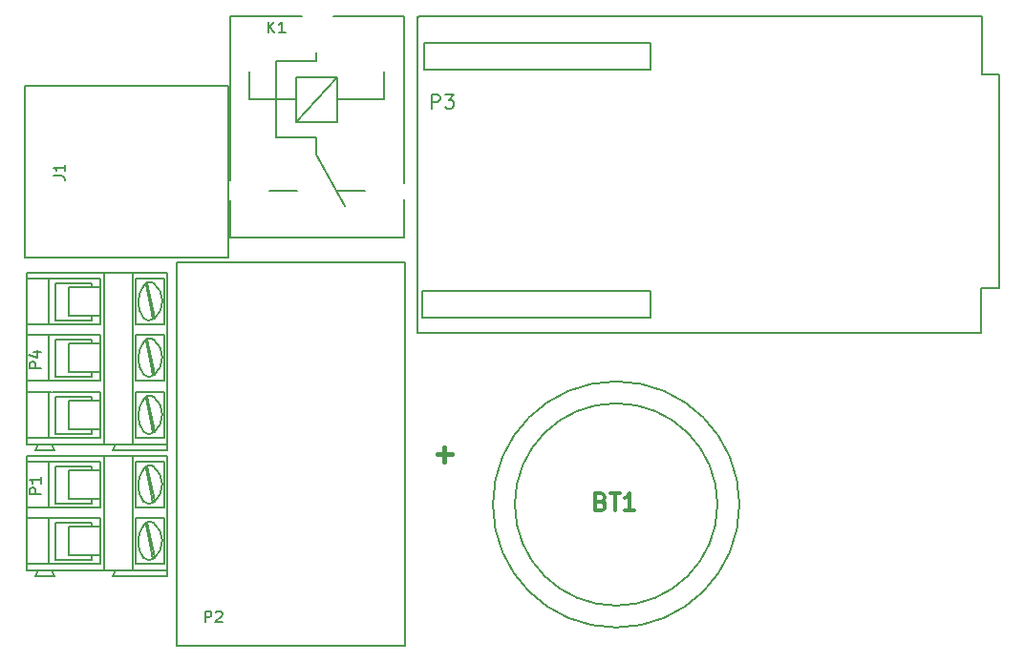
<source format=gbr>
G04 #@! TF.GenerationSoftware,KiCad,Pcbnew,no-vcs-found*
G04 #@! TF.CreationDate,2016-12-05T19:06:41+01:00*
G04 #@! TF.ProjectId,relayboard,72656C6179626F6172642E6B69636164,rev?*
G04 #@! TF.FileFunction,Legend,Top*
G04 #@! TF.FilePolarity,Positive*
%FSLAX46Y46*%
G04 Gerber Fmt 4.6, Leading zero omitted, Abs format (unit mm)*
G04 Created by KiCad (PCBNEW no-vcs-found) date Mon Dec  5 19:06:41 2016*
%MOMM*%
%LPD*%
G01*
G04 APERTURE LIST*
%ADD10C,0.100000*%
%ADD11C,0.150000*%
%ADD12C,0.381000*%
%ADD13C,0.200660*%
%ADD14C,0.203200*%
%ADD15C,0.304800*%
G04 APERTURE END LIST*
D10*
D11*
X133005000Y-60800000D02*
X153005000Y-60800000D01*
X153005000Y-63200000D02*
X133005000Y-63200000D01*
X132805000Y-85200000D02*
X153005000Y-85200000D01*
X153005000Y-82800000D02*
X132805000Y-82800000D01*
X133005000Y-63200000D02*
X133005000Y-61000000D01*
X133005000Y-61000000D02*
X133005000Y-60800000D01*
X153005000Y-60800000D02*
X153005000Y-63200000D01*
X153005000Y-82800000D02*
X153005000Y-85200000D01*
X132805000Y-85200000D02*
X132805000Y-82800000D01*
X132410000Y-58395000D02*
X132384600Y-86563600D01*
X132384600Y-86563600D02*
X182371800Y-86563600D01*
X182371800Y-86563600D02*
X182371800Y-82525000D01*
X182371800Y-82525000D02*
X183921200Y-82525000D01*
X183921200Y-82525000D02*
X183921200Y-63602000D01*
X183921200Y-63602000D02*
X182422600Y-63602000D01*
X182422600Y-63602000D02*
X182422600Y-58420400D01*
X182422600Y-58420400D02*
X132486200Y-58420400D01*
X132486200Y-58420400D02*
X132435400Y-58471200D01*
D12*
X134760000Y-97940000D02*
X134760000Y-96670000D01*
X135395000Y-97305000D02*
X134125000Y-97305000D01*
D13*
X158980256Y-101750000D02*
G75*
G03X158980256Y-101750000I-8980256J0D01*
G01*
X160924953Y-101750000D02*
G75*
G03X160924953Y-101750000I-10924953J0D01*
G01*
D11*
X115660000Y-64630000D02*
X97626000Y-64630000D01*
X115660000Y-79870000D02*
X115660000Y-64630000D01*
X97626000Y-79870000D02*
X115660000Y-79870000D01*
X97626000Y-64630000D02*
X97626000Y-79870000D01*
X115800000Y-74750000D02*
X115800000Y-78050000D01*
X115800000Y-78050000D02*
X131200000Y-78050000D01*
X131200000Y-78050000D02*
X131200000Y-74700000D01*
X122150000Y-58450000D02*
X115800000Y-58450000D01*
X115800000Y-58450000D02*
X115800000Y-73000000D01*
X124900000Y-58450000D02*
X131200000Y-58450000D01*
X131200000Y-58450000D02*
X131200000Y-73200000D01*
X131150000Y-58450000D02*
X124900000Y-58450000D01*
X119300000Y-73900000D02*
X121750000Y-73900000D01*
X127700000Y-73900000D02*
X125200000Y-73900000D01*
X117450000Y-63300000D02*
X117450000Y-65800000D01*
X123450000Y-62400000D02*
X123450000Y-61600000D01*
X129450000Y-65800000D02*
X129450000Y-63300000D01*
X123450000Y-69200000D02*
X123450000Y-70700000D01*
X123450000Y-70700000D02*
X125950000Y-75300000D01*
X119850000Y-69200000D02*
X119850000Y-62400000D01*
X123450000Y-69200000D02*
X119850000Y-69200000D01*
X123450000Y-62400000D02*
X119850000Y-62400000D01*
X129450000Y-65800000D02*
X125250000Y-65800000D01*
X121650000Y-65800000D02*
X117450000Y-65800000D01*
X121650000Y-67800000D02*
X125250000Y-63800000D01*
X121650000Y-63800000D02*
X125250000Y-63800000D01*
X125250000Y-63800000D02*
X125250000Y-67800000D01*
X125250000Y-67800000D02*
X121650000Y-67800000D01*
X121650000Y-67800000D02*
X121650000Y-63800000D01*
X109051019Y-98435480D02*
G75*
G03X108127500Y-98580380I-405359J-431920D01*
G01*
X109061847Y-101541573D02*
G75*
G03X109003800Y-98384800I-1353447J1554033D01*
G01*
X108165104Y-98539012D02*
G75*
G03X108117340Y-101526780I1905496J-1524728D01*
G01*
X108082890Y-101479149D02*
G75*
G03X109052060Y-101534400I511970J452749D01*
G01*
X109053481Y-103439903D02*
G75*
G03X108127500Y-103581640I-407821J-431297D01*
G01*
X109056844Y-106539411D02*
G75*
G03X109003800Y-103388600I-1348444J1553151D01*
G01*
X108165104Y-103540272D02*
G75*
G03X108117340Y-106528040I1905496J-1524728D01*
G01*
X108085430Y-106482972D02*
G75*
G03X109052060Y-106535660I509430J452772D01*
G01*
X104254000Y-103363200D02*
X104254000Y-106665200D01*
X104254000Y-102982200D02*
X104254000Y-103363200D01*
X104254000Y-107046200D02*
X104254000Y-106665200D01*
X104635000Y-106665200D02*
X104635000Y-103363200D01*
X104635000Y-107605000D02*
X104635000Y-106665200D01*
X104635000Y-101661400D02*
X104635000Y-103363200D01*
X104635000Y-98359400D02*
X104635000Y-101661400D01*
X104635000Y-97420000D02*
X104635000Y-98359400D01*
X104254000Y-101661400D02*
X104254000Y-98359400D01*
X104254000Y-102042400D02*
X104254000Y-101661400D01*
X104254000Y-97978400D02*
X104254000Y-98359400D01*
X108318000Y-98511800D02*
X108953000Y-101559800D01*
X108445000Y-98384800D02*
X109080000Y-101435340D01*
X108318000Y-103515600D02*
X108953000Y-106563600D01*
X108445000Y-103388600D02*
X109080000Y-106436600D01*
X109969000Y-102042400D02*
X109969000Y-97978400D01*
X107429000Y-97978400D02*
X109969000Y-97978400D01*
X107429000Y-102042400D02*
X107429000Y-97978400D01*
X107429000Y-102042400D02*
X109969000Y-102042400D01*
X107429000Y-107046200D02*
X107429000Y-102982200D01*
X109969000Y-107046200D02*
X107429000Y-107046200D01*
X109969000Y-102982200D02*
X109969000Y-107046200D01*
X107429000Y-102982200D02*
X109969000Y-102982200D01*
X107175000Y-107605000D02*
X105651000Y-107605000D01*
X107175000Y-97420000D02*
X110223000Y-97420000D01*
X107175000Y-97420000D02*
X107175000Y-107605000D01*
X104635000Y-107605000D02*
X99936000Y-107605000D01*
X105651000Y-107605000D02*
X104635000Y-107605000D01*
X104635000Y-97420000D02*
X107175000Y-97420000D01*
X97777000Y-97420000D02*
X104635000Y-97420000D01*
X103492000Y-106665200D02*
X103492000Y-106284200D01*
X103492000Y-103363200D02*
X103492000Y-103744200D01*
X103492000Y-101661400D02*
X103492000Y-101280400D01*
X103492000Y-98359400D02*
X103492000Y-98740400D01*
X100317000Y-98359400D02*
X103492000Y-98359400D01*
X100317000Y-101661400D02*
X100317000Y-98359400D01*
X100317000Y-101661400D02*
X103492000Y-101661400D01*
X100317000Y-103363200D02*
X103492000Y-103363200D01*
X100317000Y-106665200D02*
X100317000Y-103363200D01*
X100317000Y-106665200D02*
X103492000Y-106665200D01*
X99682000Y-97978400D02*
X97777000Y-97978400D01*
X99682000Y-102042400D02*
X104254000Y-102042400D01*
X99682000Y-102042400D02*
X99682000Y-97978400D01*
X99682000Y-107046200D02*
X97777000Y-107046200D01*
X99682000Y-102982200D02*
X104254000Y-102982200D01*
X99682000Y-102982200D02*
X99682000Y-107046200D01*
X97777000Y-97978400D02*
X97777000Y-102042400D01*
X97777000Y-97420000D02*
X97777000Y-97978400D01*
X104254000Y-97978400D02*
X99682000Y-97978400D01*
X97777000Y-102042400D02*
X97777000Y-102982200D01*
X97777000Y-102042400D02*
X99682000Y-102042400D01*
X97777000Y-107046200D02*
X97777000Y-107605000D01*
X97777000Y-102982200D02*
X97777000Y-107046200D01*
X104254000Y-107046200D02*
X99682000Y-107046200D01*
X97777000Y-102982200D02*
X99682000Y-102982200D01*
X100190000Y-108113000D02*
X98539000Y-108113000D01*
X99936000Y-107605000D02*
X98793000Y-107605000D01*
X100190000Y-108113000D02*
X99936000Y-107605000D01*
X98793000Y-107605000D02*
X97777000Y-107605000D01*
X98539000Y-108113000D02*
X98793000Y-107605000D01*
X105397000Y-108113000D02*
X105651000Y-107605000D01*
X110223000Y-108113000D02*
X105397000Y-108113000D01*
X110223000Y-107605000D02*
X110223000Y-108113000D01*
X110223000Y-107605000D02*
X110223000Y-97420000D01*
X110223000Y-107605000D02*
X107175000Y-107605000D01*
X101460000Y-103744200D02*
X104254000Y-103744200D01*
X104254000Y-103744200D02*
X104254000Y-106284200D01*
X101460000Y-106284200D02*
X104254000Y-106284200D01*
X101460000Y-103744200D02*
X101460000Y-106284200D01*
X101460000Y-98740400D02*
X104254000Y-98740400D01*
X104254000Y-98740400D02*
X104254000Y-101280400D01*
X101460000Y-101280400D02*
X104254000Y-101280400D01*
X101460000Y-98740400D02*
X101460000Y-101280400D01*
X111090000Y-114260000D02*
X131290000Y-114260000D01*
X131290000Y-80260000D02*
X131290000Y-114260000D01*
X111090000Y-80260000D02*
X131290000Y-80260000D01*
X111090000Y-114260000D02*
X111090000Y-80260000D01*
X109061019Y-82160480D02*
G75*
G03X108137500Y-82305380I-405359J-431920D01*
G01*
X109071847Y-85266573D02*
G75*
G03X109013800Y-82109800I-1353447J1554033D01*
G01*
X108175104Y-82264012D02*
G75*
G03X108127340Y-85251780I1905496J-1524728D01*
G01*
X108092890Y-85204149D02*
G75*
G03X109062060Y-85259400I511970J452749D01*
G01*
X109063481Y-87164903D02*
G75*
G03X108137500Y-87306640I-407821J-431297D01*
G01*
X109066844Y-90264411D02*
G75*
G03X109013800Y-87113600I-1348444J1553151D01*
G01*
X108175104Y-87265272D02*
G75*
G03X108127340Y-90253040I1905496J-1524728D01*
G01*
X108095430Y-90207972D02*
G75*
G03X109062060Y-90260660I509430J452772D01*
G01*
X104264000Y-87088200D02*
X104264000Y-90390200D01*
X104264000Y-86707200D02*
X104264000Y-87088200D01*
X104264000Y-90771200D02*
X104264000Y-90390200D01*
X104264000Y-85386400D02*
X104264000Y-82084400D01*
X104264000Y-85767400D02*
X104264000Y-85386400D01*
X104264000Y-81703400D02*
X104264000Y-82084400D01*
X108328000Y-82236800D02*
X108963000Y-85284800D01*
X108455000Y-82109800D02*
X109090000Y-85160340D01*
X108328000Y-87240600D02*
X108963000Y-90288600D01*
X108455000Y-87113600D02*
X109090000Y-90161600D01*
X109979000Y-85767400D02*
X109979000Y-81703400D01*
X107439000Y-81703400D02*
X109979000Y-81703400D01*
X107439000Y-85767400D02*
X107439000Y-81703400D01*
X107439000Y-85767400D02*
X109979000Y-85767400D01*
X107439000Y-90771200D02*
X107439000Y-86707200D01*
X109979000Y-90771200D02*
X107439000Y-90771200D01*
X109979000Y-86707200D02*
X109979000Y-90771200D01*
X107439000Y-86707200D02*
X109979000Y-86707200D01*
X107185000Y-81170000D02*
X110233000Y-81170000D01*
X107185000Y-81170000D02*
X107185000Y-91330000D01*
X104645000Y-81170000D02*
X107185000Y-81170000D01*
X97787000Y-81170000D02*
X104645000Y-81170000D01*
X103502000Y-90390200D02*
X103502000Y-90009200D01*
X103502000Y-87088200D02*
X103502000Y-87469200D01*
X103502000Y-85386400D02*
X103502000Y-85005400D01*
X103502000Y-82084400D02*
X103502000Y-82465400D01*
X100327000Y-82084400D02*
X103502000Y-82084400D01*
X100327000Y-85386400D02*
X100327000Y-82084400D01*
X100327000Y-85386400D02*
X103502000Y-85386400D01*
X100327000Y-87088200D02*
X103502000Y-87088200D01*
X100327000Y-90390200D02*
X100327000Y-87088200D01*
X100327000Y-90390200D02*
X103502000Y-90390200D01*
X99692000Y-81703400D02*
X97787000Y-81703400D01*
X99692000Y-85767400D02*
X104264000Y-85767400D01*
X99692000Y-85767400D02*
X99692000Y-81703400D01*
X99692000Y-90771200D02*
X97787000Y-90771200D01*
X99692000Y-86707200D02*
X104264000Y-86707200D01*
X99692000Y-86707200D02*
X99692000Y-90771200D01*
X97787000Y-81703400D02*
X97787000Y-85767400D01*
X97787000Y-81170000D02*
X97787000Y-81703400D01*
X104264000Y-81703400D02*
X99692000Y-81703400D01*
X97787000Y-85767400D02*
X97787000Y-86707200D01*
X97787000Y-85767400D02*
X99692000Y-85767400D01*
X97787000Y-90771200D02*
X97787000Y-91330000D01*
X97787000Y-86707200D02*
X97787000Y-90771200D01*
X104264000Y-90771200D02*
X99692000Y-90771200D01*
X97787000Y-86707200D02*
X99692000Y-86707200D01*
X99946000Y-91774500D02*
X98803000Y-91774500D01*
X98803000Y-91774500D02*
X97787000Y-91774500D01*
X101470000Y-87469200D02*
X104264000Y-87469200D01*
X104264000Y-87469200D02*
X104264000Y-90009200D01*
X101470000Y-90009200D02*
X104264000Y-90009200D01*
X101470000Y-87469200D02*
X101470000Y-90009200D01*
X101470000Y-82465400D02*
X104264000Y-82465400D01*
X104264000Y-82465400D02*
X104264000Y-85005400D01*
X101470000Y-85005400D02*
X104264000Y-85005400D01*
X101470000Y-82465400D02*
X101470000Y-85005400D01*
X101470000Y-92549200D02*
X101470000Y-95089200D01*
X101470000Y-95089200D02*
X104264000Y-95089200D01*
X104264000Y-92549200D02*
X104264000Y-95089200D01*
X101470000Y-92549200D02*
X104264000Y-92549200D01*
X110233000Y-96410000D02*
X107185000Y-96410000D01*
X110233000Y-96410000D02*
X110233000Y-96918000D01*
X110233000Y-96918000D02*
X105407000Y-96918000D01*
X105407000Y-96918000D02*
X105661000Y-96410000D01*
X98549000Y-96918000D02*
X98803000Y-96410000D01*
X98803000Y-96410000D02*
X97787000Y-96410000D01*
X100200000Y-96918000D02*
X99946000Y-96410000D01*
X99946000Y-96410000D02*
X98803000Y-96410000D01*
X100200000Y-96918000D02*
X98549000Y-96918000D01*
X97787000Y-91787200D02*
X99692000Y-91787200D01*
X104264000Y-95851200D02*
X99692000Y-95851200D01*
X97787000Y-95851200D02*
X97787000Y-96410000D01*
X99692000Y-91787200D02*
X99692000Y-95851200D01*
X99692000Y-95851200D02*
X97787000Y-95851200D01*
X100327000Y-95470200D02*
X103502000Y-95470200D01*
X100327000Y-95470200D02*
X100327000Y-92168200D01*
X100327000Y-92168200D02*
X103502000Y-92168200D01*
X103502000Y-92168200D02*
X103502000Y-92549200D01*
X103502000Y-95470200D02*
X103502000Y-95089200D01*
X105661000Y-96410000D02*
X104645000Y-96410000D01*
X104645000Y-96410000D02*
X99946000Y-96410000D01*
X107185000Y-96410000D02*
X105661000Y-96410000D01*
X107439000Y-91787200D02*
X109979000Y-91787200D01*
X109979000Y-91787200D02*
X109979000Y-95851200D01*
X109979000Y-95851200D02*
X107439000Y-95851200D01*
X107439000Y-95851200D02*
X107439000Y-91787200D01*
X108455000Y-92193600D02*
X109090000Y-95241600D01*
X108328000Y-92320600D02*
X108963000Y-95368600D01*
X104264000Y-95851200D02*
X104264000Y-95470200D01*
X104264000Y-91787200D02*
X104264000Y-92168200D01*
X104264000Y-92168200D02*
X104264000Y-95470200D01*
X108095430Y-95287972D02*
G75*
G03X109062060Y-95340660I509430J452772D01*
G01*
X108175104Y-92345272D02*
G75*
G03X108127340Y-95333040I1905496J-1524728D01*
G01*
X109066844Y-95344411D02*
G75*
G03X109013800Y-92193600I-1348444J1553151D01*
G01*
X109063481Y-92244903D02*
G75*
G03X108137500Y-92386640I-407821J-431297D01*
G01*
X110233000Y-81170000D02*
X110233000Y-96410000D01*
X107185000Y-91330000D02*
X107185000Y-96346500D01*
X97787000Y-95838500D02*
X97787000Y-91330000D01*
X100009500Y-91774500D02*
X104264000Y-91774500D01*
X104645000Y-96410000D02*
X104645000Y-81233500D01*
D14*
X133682619Y-66614523D02*
X133682619Y-65344523D01*
X134166428Y-65344523D01*
X134287380Y-65405000D01*
X134347857Y-65465476D01*
X134408333Y-65586428D01*
X134408333Y-65767857D01*
X134347857Y-65888809D01*
X134287380Y-65949285D01*
X134166428Y-66009761D01*
X133682619Y-66009761D01*
X134831666Y-65344523D02*
X135617857Y-65344523D01*
X135194523Y-65828333D01*
X135375952Y-65828333D01*
X135496904Y-65888809D01*
X135557380Y-65949285D01*
X135617857Y-66070238D01*
X135617857Y-66372619D01*
X135557380Y-66493571D01*
X135496904Y-66554047D01*
X135375952Y-66614523D01*
X135013095Y-66614523D01*
X134892142Y-66554047D01*
X134831666Y-66493571D01*
D15*
X148662571Y-101491142D02*
X148880285Y-101563714D01*
X148952857Y-101636285D01*
X149025428Y-101781428D01*
X149025428Y-101999142D01*
X148952857Y-102144285D01*
X148880285Y-102216857D01*
X148735142Y-102289428D01*
X148154571Y-102289428D01*
X148154571Y-100765428D01*
X148662571Y-100765428D01*
X148807714Y-100838000D01*
X148880285Y-100910571D01*
X148952857Y-101055714D01*
X148952857Y-101200857D01*
X148880285Y-101346000D01*
X148807714Y-101418571D01*
X148662571Y-101491142D01*
X148154571Y-101491142D01*
X149460857Y-100765428D02*
X150331714Y-100765428D01*
X149896285Y-102289428D02*
X149896285Y-100765428D01*
X151638000Y-102289428D02*
X150767142Y-102289428D01*
X151202571Y-102289428D02*
X151202571Y-100765428D01*
X151057428Y-100983142D01*
X150912285Y-101128285D01*
X150767142Y-101200857D01*
D11*
X100126380Y-72583333D02*
X100840666Y-72583333D01*
X100983523Y-72630952D01*
X101078761Y-72726190D01*
X101126380Y-72869047D01*
X101126380Y-72964285D01*
X101126380Y-71583333D02*
X101126380Y-72154761D01*
X101126380Y-71869047D02*
X100126380Y-71869047D01*
X100269238Y-71964285D01*
X100364476Y-72059523D01*
X100412095Y-72154761D01*
X119149904Y-59888380D02*
X119149904Y-58888380D01*
X119721333Y-59888380D02*
X119292761Y-59316952D01*
X119721333Y-58888380D02*
X119149904Y-59459809D01*
X120673714Y-59888380D02*
X120102285Y-59888380D01*
X120388000Y-59888380D02*
X120388000Y-58888380D01*
X120292761Y-59031238D01*
X120197523Y-59126476D01*
X120102285Y-59174095D01*
X99004380Y-100814095D02*
X98004380Y-100814095D01*
X98004380Y-100433142D01*
X98052000Y-100337904D01*
X98099619Y-100290285D01*
X98194857Y-100242666D01*
X98337714Y-100242666D01*
X98432952Y-100290285D01*
X98480571Y-100337904D01*
X98528190Y-100433142D01*
X98528190Y-100814095D01*
X99004380Y-99290285D02*
X99004380Y-99861714D01*
X99004380Y-99576000D02*
X98004380Y-99576000D01*
X98147238Y-99671238D01*
X98242476Y-99766476D01*
X98290095Y-99861714D01*
X113561904Y-112212380D02*
X113561904Y-111212380D01*
X113942857Y-111212380D01*
X114038095Y-111260000D01*
X114085714Y-111307619D01*
X114133333Y-111402857D01*
X114133333Y-111545714D01*
X114085714Y-111640952D01*
X114038095Y-111688571D01*
X113942857Y-111736190D01*
X113561904Y-111736190D01*
X114514285Y-111307619D02*
X114561904Y-111260000D01*
X114657142Y-111212380D01*
X114895238Y-111212380D01*
X114990476Y-111260000D01*
X115038095Y-111307619D01*
X115085714Y-111402857D01*
X115085714Y-111498095D01*
X115038095Y-111640952D01*
X114466666Y-112212380D01*
X115085714Y-112212380D01*
X99004380Y-89638095D02*
X98004380Y-89638095D01*
X98004380Y-89257142D01*
X98052000Y-89161904D01*
X98099619Y-89114285D01*
X98194857Y-89066666D01*
X98337714Y-89066666D01*
X98432952Y-89114285D01*
X98480571Y-89161904D01*
X98528190Y-89257142D01*
X98528190Y-89638095D01*
X98337714Y-88209523D02*
X99004380Y-88209523D01*
X97956761Y-88447619D02*
X98671047Y-88685714D01*
X98671047Y-88066666D01*
M02*

</source>
